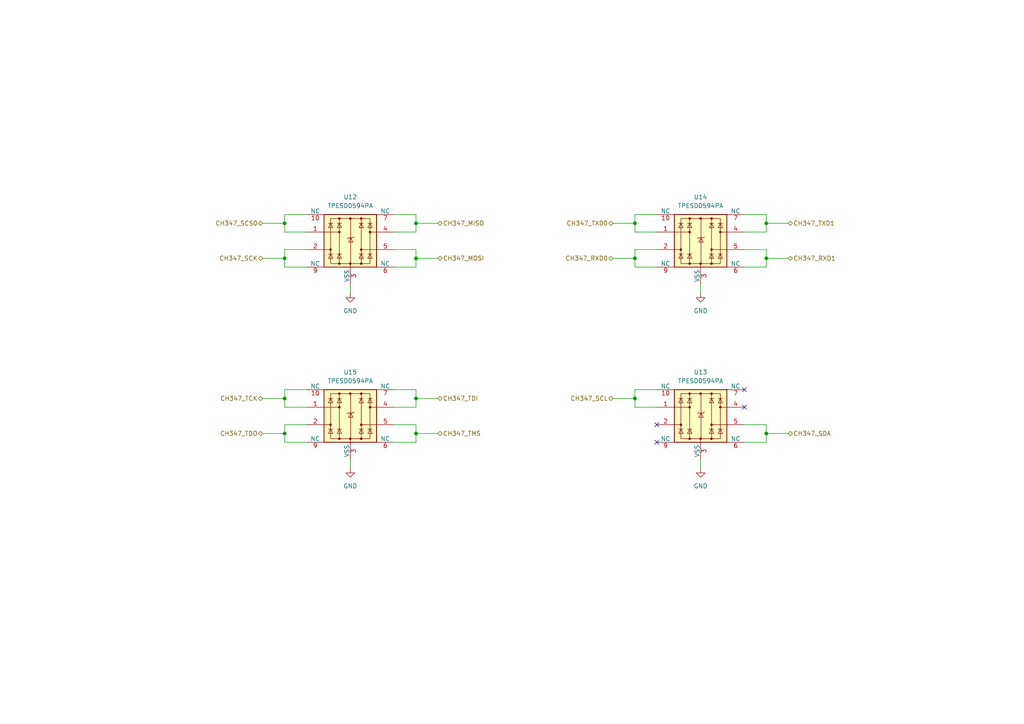
<source format=kicad_sch>
(kicad_sch (version 20250114) (generator "eeschema") (generator_version "9.0")
  (paper "A4")
  (title_block (title "Clavier - 5-in-1 USB ESD protection") (date "2025-06-22") (rev "1.0") (company "Copyright (c) 2025 L. Sartory") (comment 1 "SPDX-License-Identifier: CERN-OHL-P-2.0"))
  (lib_symbols
    (symbol "Power_Protection:D3V3XA4B10LP" (pin_names (offset 0))
      (property "Reference" "U" (at -0.635 8.89 0))
      (property "Value" "D3V3XA4B10LP" (at 8.89 -10.16 0))
      (symbol "D3V3XA4B10LP_0_0"
        (rectangle (start -5.715 6.477) (end 5.715 -6.604))
        (polyline (pts (xy -3.175 -6.604) (xy -3.175 6.477)))
        (polyline (pts (xy 0.127 6.477) (xy 0.127 -6.604)))
        (polyline (pts (xy 3.175 6.477) (xy 3.175 -6.604)))
      )
      (symbol "D3V3XA4B10LP_0_1"
        (polyline (pts (xy -7.747 2.54) (xy -3.175 2.54)))
        (rectangle (start -7.62 7.62) (end 7.62 -7.62) (stroke (width 0.254)) (fill (type background)))
        (polyline (pts (xy -7.62 -2.54) (xy -5.715 -2.54)))
        (circle (center -5.715 -2.54) (radius 0.2794) (fill (type outline)))
        (polyline (pts (xy -5.08 5.08) (xy -6.35 5.08)))
        (polyline (pts (xy -5.08 3.81) (xy -6.35 3.81) (xy -5.715 5.08) (xy -5.08 3.81)))
        (polyline (pts (xy -5.08 -3.81) (xy -6.35 -3.81)))
        (polyline (pts (xy -5.08 -5.08) (xy -6.35 -5.08) (xy -5.715 -3.81) (xy -5.08 -5.08)))
        (circle (center -3.175 6.477) (radius 0.2794) (fill (type outline)))
        (circle (center -3.175 2.54) (radius 0.2794) (fill (type outline)))
        (circle (center -3.175 -6.604) (radius 0.2794) (fill (type outline)))
        (polyline (pts (xy -2.54 5.08) (xy -3.81 5.08)))
        (polyline (pts (xy -2.54 3.81) (xy -3.81 3.81) (xy -3.175 5.08) (xy -2.54 3.81)))
        (polyline (pts (xy -2.54 -3.81) (xy -3.81 -3.81)))
        (polyline (pts (xy -2.54 -5.08) (xy -3.81 -5.08) (xy -3.175 -3.81) (xy -2.54 -5.08)))
        (polyline (pts (xy -0.508 0.889) (xy -0.889 0.635)))
        (circle (center 0 6.477) (radius 0.2794) (fill (type outline)))
        (polyline (pts (xy 0 -6.604) (xy 0 -7.62)))
        (circle (center 0 -6.604) (radius 0.2794) (fill (type outline)))
        (polyline (pts (xy 0.762 0.889) (xy -0.508 0.889)))
        (polyline (pts (xy 0.762 0.889) (xy 1.143 1.143)))
        (polyline (pts (xy 0.762 -0.381) (xy -0.508 -0.381) (xy 0.127 0.889) (xy 0.762 -0.381)))
        (circle (center 3.175 6.477) (radius 0.2794) (fill (type outline)))
        (circle (center 3.175 -2.54) (radius 0.2794) (fill (type outline)))
        (circle (center 3.175 -6.604) (radius 0.2794) (fill (type outline)))
        (polyline (pts (xy 3.81 5.08) (xy 2.54 5.08)))
        (polyline (pts (xy 3.81 3.81) (xy 2.54 3.81) (xy 3.175 5.08) (xy 3.81 3.81)))
        (polyline (pts (xy 3.81 -3.81) (xy 2.54 -3.81)))
        (polyline (pts (xy 3.81 -5.08) (xy 2.54 -5.08) (xy 3.175 -3.81) (xy 3.81 -5.08)))
        (circle (center 5.715 2.54) (radius 0.2794) (fill (type outline)))
        (polyline (pts (xy 6.35 5.08) (xy 5.08 5.08)))
        (polyline (pts (xy 6.35 3.81) (xy 5.08 3.81) (xy 5.715 5.08) (xy 6.35 3.81)))
        (polyline (pts (xy 6.35 -3.81) (xy 5.08 -3.81)))
        (polyline (pts (xy 6.35 -5.08) (xy 5.08 -5.08) (xy 5.715 -3.81) (xy 6.35 -5.08)))
        (polyline (pts (xy 7.62 2.54) (xy 5.715 2.54)))
        (polyline (pts (xy 7.62 -2.54) (xy 3.175 -2.54)))
      )
      (symbol "D3V3XA4B10LP_1_1"
        (pin free line (at -12.7 7.62 0) (length 5.08) (name "NC") (number "10"))
        (pin passive line (at -12.7 2.54 0) (length 5.08) (name "~") (number "1"))
        (pin passive line (at -12.7 -2.54 0) (length 5.08) (name "~") (number "2"))
        (pin free line (at -12.7 -7.62 0) (length 5.08) (name "NC") (number "9"))
        (pin power_in line (at 0 -12.7 90) (length 5.08) (name "VSS") (number "3"))
        (pin passive line (at 0 -12.7 90) (length 5.08) (hide yes) (name "VSS") (number "8"))
        (pin free line (at 12.7 7.62 180) (length 5.08) (name "NC") (number "7"))
        (pin passive line (at 12.7 2.54 180) (length 5.08) (name "~") (number "4"))
        (pin passive line (at 12.7 -2.54 180) (length 5.08) (name "~") (number "5"))
        (pin free line (at 12.7 -7.62 180) (length 5.08) (name "NC") (number "6"))
      )
    )
    (symbol "power:GND" (power) (pin_numbers (hide yes)) (pin_names (offset 0) (hide yes))
      (property "Value" "GND" (at 0 -3.81 0))
      (symbol "GND_0_1"
        (polyline (pts (xy 0 0) (xy 0 -1.27) (xy 1.27 -1.27) (xy 0 -2.54) (xy -1.27 -1.27) (xy 0 -1.27)))
      )
      (symbol "GND_1_1"
        (pin power_in line (at 0 0 270) (length 0) (name "~") (number "1"))
      )
    )
  )
  (junction (at 120.65 115.57))
  (junction (at 120.65 74.93))
  (junction (at 184.15 74.93))
  (junction (at 222.25 74.93))
  (junction (at 184.15 115.57))
  (junction (at 82.55 115.57))
  (junction (at 120.65 64.77))
  (junction (at 82.55 74.93))
  (junction (at 184.15 64.77))
  (junction (at 82.55 64.77))
  (junction (at 82.55 125.73))
  (junction (at 120.65 125.73))
  (junction (at 222.25 125.73))
  (junction (at 222.25 64.77))
  (no_connect (at 215.9 113.03))
  (no_connect (at 215.9 118.11))
  (no_connect (at 190.5 128.27))
  (no_connect (at 190.5 123.19))
  (wire (pts (xy 82.55 115.57) (xy 82.55 113.03)))
  (wire (pts (xy 184.15 74.93) (xy 184.15 72.39)))
  (wire (pts (xy 82.55 125.73) (xy 82.55 123.19)))
  (wire (pts (xy 222.25 123.19) (xy 215.9 123.19)))
  (wire (pts (xy 120.65 123.19) (xy 114.3 123.19)))
  (wire (pts (xy 120.65 67.31) (xy 120.65 64.77)))
  (wire (pts (xy 82.55 67.31) (xy 82.55 64.77)))
  (wire (pts (xy 82.55 123.19) (xy 88.9 123.19)))
  (wire (pts (xy 215.9 67.31) (xy 222.25 67.31)))
  (wire (pts (xy 82.55 77.47) (xy 88.9 77.47)))
  (wire (pts (xy 127 74.93) (xy 120.65 74.93)))
  (wire (pts (xy 184.15 74.93) (xy 184.15 77.47)))
  (wire (pts (xy 228.6 64.77) (xy 222.25 64.77)))
  (wire (pts (xy 184.15 64.77) (xy 184.15 62.23)))
  (wire (pts (xy 120.65 74.93) (xy 120.65 72.39)))
  (wire (pts (xy 76.2 125.73) (xy 82.55 125.73)))
  (wire (pts (xy 120.65 72.39) (xy 114.3 72.39)))
  (wire (pts (xy 82.55 72.39) (xy 88.9 72.39)))
  (wire (pts (xy 120.65 125.73) (xy 120.65 128.27)))
  (wire (pts (xy 222.25 74.93) (xy 222.25 72.39)))
  (wire (pts (xy 82.55 118.11) (xy 82.55 115.57)))
  (wire (pts (xy 222.25 62.23) (xy 215.9 62.23)))
  (wire (pts (xy 190.5 67.31) (xy 184.15 67.31)))
  (wire (pts (xy 120.65 64.77) (xy 120.65 62.23)))
  (wire (pts (xy 184.15 113.03) (xy 190.5 113.03)))
  (wire (pts (xy 120.65 74.93) (xy 120.65 77.47)))
  (wire (pts (xy 82.55 74.93) (xy 82.55 72.39)))
  (wire (pts (xy 120.65 128.27) (xy 114.3 128.27)))
  (wire (pts (xy 101.6 85.09) (xy 101.6 82.55)))
  (wire (pts (xy 228.6 125.73) (xy 222.25 125.73)))
  (wire (pts (xy 190.5 118.11) (xy 184.15 118.11)))
  (wire (pts (xy 76.2 74.93) (xy 82.55 74.93)))
  (wire (pts (xy 228.6 74.93) (xy 222.25 74.93)))
  (wire (pts (xy 82.55 128.27) (xy 88.9 128.27)))
  (wire (pts (xy 101.6 135.89) (xy 101.6 133.35)))
  (wire (pts (xy 76.2 115.57) (xy 82.55 115.57)))
  (wire (pts (xy 120.65 118.11) (xy 120.65 115.57)))
  (wire (pts (xy 120.65 113.03) (xy 114.3 113.03)))
  (wire (pts (xy 184.15 67.31) (xy 184.15 64.77)))
  (wire (pts (xy 127 125.73) (xy 120.65 125.73)))
  (wire (pts (xy 222.25 125.73) (xy 222.25 128.27)))
  (wire (pts (xy 82.55 62.23) (xy 88.9 62.23)))
  (wire (pts (xy 184.15 115.57) (xy 184.15 113.03)))
  (wire (pts (xy 82.55 64.77) (xy 82.55 62.23)))
  (wire (pts (xy 177.8 74.93) (xy 184.15 74.93)))
  (wire (pts (xy 82.55 113.03) (xy 88.9 113.03)))
  (wire (pts (xy 184.15 72.39) (xy 190.5 72.39)))
  (wire (pts (xy 88.9 118.11) (xy 82.55 118.11)))
  (wire (pts (xy 76.2 64.77) (xy 82.55 64.77)))
  (wire (pts (xy 203.2 135.89) (xy 203.2 133.35)))
  (wire (pts (xy 120.65 125.73) (xy 120.65 123.19)))
  (wire (pts (xy 177.8 115.57) (xy 184.15 115.57)))
  (wire (pts (xy 120.65 115.57) (xy 120.65 113.03)))
  (wire (pts (xy 120.65 77.47) (xy 114.3 77.47)))
  (wire (pts (xy 127 115.57) (xy 120.65 115.57)))
  (wire (pts (xy 222.25 74.93) (xy 222.25 77.47)))
  (wire (pts (xy 127 64.77) (xy 120.65 64.77)))
  (wire (pts (xy 222.25 72.39) (xy 215.9 72.39)))
  (wire (pts (xy 120.65 62.23) (xy 114.3 62.23)))
  (wire (pts (xy 222.25 128.27) (xy 215.9 128.27)))
  (wire (pts (xy 222.25 64.77) (xy 222.25 62.23)))
  (wire (pts (xy 184.15 62.23) (xy 190.5 62.23)))
  (wire (pts (xy 222.25 125.73) (xy 222.25 123.19)))
  (wire (pts (xy 222.25 67.31) (xy 222.25 64.77)))
  (wire (pts (xy 177.8 64.77) (xy 184.15 64.77)))
  (wire (pts (xy 88.9 67.31) (xy 82.55 67.31)))
  (wire (pts (xy 184.15 118.11) (xy 184.15 115.57)))
  (wire (pts (xy 82.55 125.73) (xy 82.55 128.27)))
  (wire (pts (xy 114.3 67.31) (xy 120.65 67.31)))
  (wire (pts (xy 114.3 118.11) (xy 120.65 118.11)))
  (wire (pts (xy 82.55 74.93) (xy 82.55 77.47)))
  (wire (pts (xy 203.2 85.09) (xy 203.2 82.55)))
  (wire (pts (xy 222.25 77.47) (xy 215.9 77.47)))
  (wire (pts (xy 184.15 77.47) (xy 190.5 77.47)))
  (hierarchical_label "CH347_TXD1" (shape bidirectional) (at 228.6 64.77 0))
  (hierarchical_label "CH347_TDO" (shape bidirectional) (at 76.2 125.73 180))
  (hierarchical_label "CH347_TXD0" (shape bidirectional) (at 177.8 64.77 180))
  (hierarchical_label "CH347_TDI" (shape bidirectional) (at 127 115.57 0))
  (hierarchical_label "CH347_SCL" (shape bidirectional) (at 177.8 115.57 180))
  (hierarchical_label "CH347_SDA" (shape bidirectional) (at 228.6 125.73 0))
  (hierarchical_label "CH347_SCK" (shape bidirectional) (at 76.2 74.93 180))
  (hierarchical_label "CH347_RXD0" (shape bidirectional) (at 177.8 74.93 180))
  (hierarchical_label "CH347_TMS" (shape bidirectional) (at 127 125.73 0))
  (hierarchical_label "CH347_TCK" (shape bidirectional) (at 76.2 115.57 180))
  (hierarchical_label "CH347_MISO" (shape bidirectional) (at 127 64.77 0))
  (hierarchical_label "CH347_RXD1" (shape bidirectional) (at 228.6 74.93 0))
  (hierarchical_label "CH347_SCS0" (shape bidirectional) (at 76.2 64.77 180))
  (hierarchical_label "CH347_MOSI" (shape bidirectional) (at 127 74.93 0))
  (symbol (lib_id "power:GND") (at 203.2 85.09 0) (unit 1)
    (property "Reference" "#PWR047" (effects (hide yes)))
    (property "Value" "GND" (at 203.2 90.17 0))
    (property "Description" "Power symbol creates a global label with name \"GND\" , ground" (effects (hide yes)))
  )
  (symbol (lib_id "Power_Protection:D3V3XA4B10LP") (at 203.2 120.65 0) (unit 1)
    (property "Reference" "U13" (at 203.2 107.95 0))
    (property "Value" "TPESD0594PA" (at 203.2 110.49 0))
    (property "Footprint" "Package_DFN_QFN:Diodes_UDFN-10_1.0x2.5mm_P0.5mm" (effects (hide yes)))
    (property "Datasheet" "https://www.lcsc.com/datasheet/lcsc_datasheet_2501161435_TECH-PUBLIC-TPESD0594PA_C42436622.pdf" (effects (hide yes)))
    (property "Description" "4-Channel Low Capacitance TVS Diode Array, DFN-10" (effects (hide yes)))
    (property "LCSC" "C42436622" (effects (hide yes)))
    (property "Part_number" "TPESD0594PA" (effects (hide yes)))
  )
  (symbol (lib_id "Power_Protection:D3V3XA4B10LP") (at 101.6 69.85 0) (unit 1)
    (property "Reference" "U12" (at 101.6 57.15 0))
    (property "Value" "TPESD0594PA" (at 101.6 59.69 0))
    (property "Footprint" "Package_DFN_QFN:Diodes_UDFN-10_1.0x2.5mm_P0.5mm" (effects (hide yes)))
    (property "Datasheet" "https://www.lcsc.com/datasheet/lcsc_datasheet_2501161435_TECH-PUBLIC-TPESD0594PA_C42436622.pdf" (effects (hide yes)))
    (property "Description" "4-Channel Low Capacitance TVS Diode Array, DFN-10" (effects (hide yes)))
    (property "LCSC" "C42436622" (effects (hide yes)))
    (property "Part_number" "TPESD0594PA" (effects (hide yes)))
  )
  (symbol (lib_id "Power_Protection:D3V3XA4B10LP") (at 203.2 69.85 0) (unit 1)
    (property "Reference" "U14" (at 203.2 57.15 0))
    (property "Value" "TPESD0594PA" (at 203.2 59.69 0))
    (property "Footprint" "Package_DFN_QFN:Diodes_UDFN-10_1.0x2.5mm_P0.5mm" (effects (hide yes)))
    (property "Datasheet" "https://www.lcsc.com/datasheet/lcsc_datasheet_2501161435_TECH-PUBLIC-TPESD0594PA_C42436622.pdf" (effects (hide yes)))
    (property "Description" "4-Channel Low Capacitance TVS Diode Array, DFN-10" (effects (hide yes)))
    (property "LCSC" "C42436622" (effects (hide yes)))
    (property "Part_number" "TPESD0594PA" (effects (hide yes)))
  )
  (symbol (lib_id "Power_Protection:D3V3XA4B10LP") (at 101.6 120.65 0) (unit 1)
    (property "Reference" "U15" (at 101.6 107.95 0))
    (property "Value" "TPESD0594PA" (at 101.6 110.49 0))
    (property "Footprint" "Package_DFN_QFN:Diodes_UDFN-10_1.0x2.5mm_P0.5mm" (effects (hide yes)))
    (property "Datasheet" "https://www.lcsc.com/datasheet/lcsc_datasheet_2501161435_TECH-PUBLIC-TPESD0594PA_C42436622.pdf" (effects (hide yes)))
    (property "Description" "4-Channel Low Capacitance TVS Diode Array, DFN-10" (effects (hide yes)))
    (property "LCSC" "C42436622" (effects (hide yes)))
    (property "Part_number" "TPESD0594PA" (effects (hide yes)))
  )
  (symbol (lib_id "power:GND") (at 101.6 135.89 0) (unit 1)
    (property "Reference" "#PWR048" (effects (hide yes)))
    (property "Value" "GND" (at 101.6 140.97 0))
    (property "Description" "Power symbol creates a global label with name \"GND\" , ground" (effects (hide yes)))
  )
  (symbol (lib_id "power:GND") (at 101.6 85.09 0) (unit 1)
    (property "Reference" "#PWR046" (effects (hide yes)))
    (property "Value" "GND" (at 101.6 90.17 0))
    (property "Description" "Power symbol creates a global label with name \"GND\" , ground" (effects (hide yes)))
  )
  (symbol (lib_id "power:GND") (at 203.2 135.89 0) (unit 1)
    (property "Reference" "#PWR049" (effects (hide yes)))
    (property "Value" "GND" (at 203.2 140.97 0))
    (property "Description" "Power symbol creates a global label with name \"GND\" , ground" (effects (hide yes)))
  )
)
</source>
